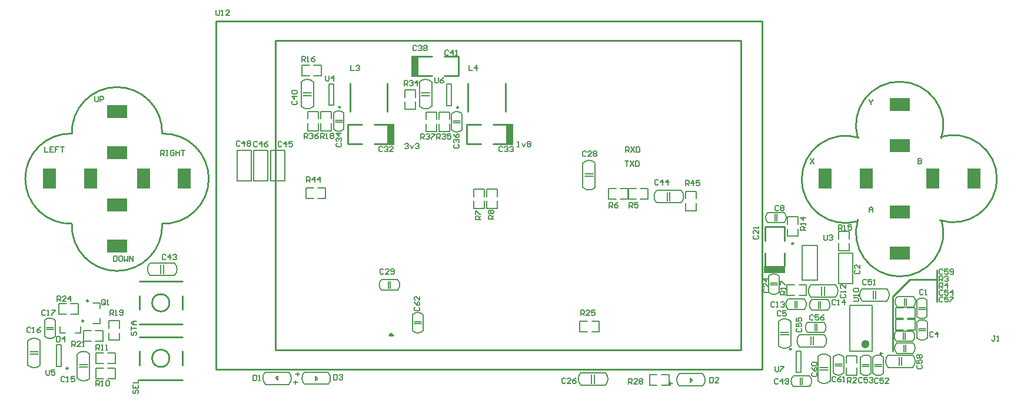
<source format=gto>
%FSLAX25Y25*%
%MOIN*%
G70*
G01*
G75*
%ADD10R,0.04331X0.03937*%
%ADD11R,0.05000X0.04000*%
%ADD12R,0.03937X0.02756*%
%ADD13R,0.04000X0.03500*%
%ADD14R,0.04000X0.05000*%
%ADD15R,0.02756X0.03937*%
%ADD16R,0.03500X0.04000*%
%ADD17R,0.05906X0.04724*%
%ADD18R,0.06496X0.06299*%
%ADD19O,0.07874X0.02362*%
%ADD20O,0.06693X0.01378*%
%ADD21R,0.03543X0.02559*%
%ADD22C,0.06063*%
%ADD23R,0.06299X0.06496*%
%ADD24R,0.03347X0.02362*%
%ADD25R,0.02362X0.03347*%
%ADD26R,0.18504X0.07874*%
%ADD27R,0.01575X0.03937*%
%ADD28R,0.01181X0.04724*%
%ADD29R,0.03937X0.04331*%
%ADD30R,0.10827X0.03937*%
%ADD31C,0.01000*%
%ADD32C,0.00700*%
%ADD33C,0.01200*%
%ADD34C,0.06000*%
%ADD35C,0.02000*%
%ADD36C,0.04000*%
%ADD37C,0.03000*%
%ADD38R,0.18110X0.12598*%
%ADD39R,0.27559X0.09055*%
%ADD40R,0.27953X0.09449*%
%ADD41R,0.11417X0.12992*%
%ADD42R,0.05906X0.07874*%
%ADD43R,0.05906X0.05906*%
%ADD44C,0.05906*%
%ADD45C,0.11811*%
%ADD46C,0.07874*%
%ADD47C,0.02400*%
%ADD48C,0.06693*%
%ADD49C,0.04724*%
%ADD50C,0.05512*%
%ADD51C,0.03937*%
%ADD52C,0.04000*%
%ADD53R,0.05000X0.12000*%
%ADD54O,0.09843X0.05906*%
%ADD55R,0.07677X0.05512*%
%ADD56R,0.03150X0.06299*%
%ADD57R,0.03347X0.06299*%
%ADD58R,0.06299X0.13780*%
%ADD59R,0.05906X0.12205*%
%ADD60R,0.05512X0.13780*%
%ADD61R,0.04724X0.12205*%
%ADD62O,0.01378X0.06693*%
%ADD63R,0.02559X0.04331*%
%ADD64R,0.14567X0.05906*%
%ADD65R,0.07087X0.09449*%
%ADD66R,0.07087X0.07480*%
%ADD67R,0.01575X0.05906*%
%ADD68R,0.00984X0.02756*%
%ADD69R,0.05512X0.00984*%
%ADD70R,0.02756X0.00984*%
G04:AMPARAMS|DCode=71|XSize=27.56mil|YSize=9.84mil|CornerRadius=3.69mil|HoleSize=0mil|Usage=FLASHONLY|Rotation=0.000|XOffset=0mil|YOffset=0mil|HoleType=Round|Shape=RoundedRectangle|*
%AMROUNDEDRECTD71*
21,1,0.02756,0.00246,0,0,0.0*
21,1,0.02018,0.00984,0,0,0.0*
1,1,0.00738,0.01009,-0.00123*
1,1,0.00738,-0.01009,-0.00123*
1,1,0.00738,-0.01009,0.00123*
1,1,0.00738,0.01009,0.00123*
%
%ADD71ROUNDEDRECTD71*%
%ADD72R,0.04724X0.02362*%
%ADD73R,0.13780X0.04724*%
%ADD74R,0.13386X0.07874*%
%ADD75R,0.01378X0.11811*%
%ADD76R,0.11811X0.12598*%
%ADD77R,0.07874X0.18504*%
%ADD78R,0.07874X0.05512*%
%ADD79R,0.05512X0.02362*%
%ADD80R,0.05512X0.02953*%
%ADD81R,0.03150X0.05118*%
%ADD82R,0.02362X0.04724*%
%ADD83R,0.06071X0.06000*%
%ADD84R,0.06000X0.06000*%
%ADD85C,0.01258*%
%ADD86C,0.00787*%
%ADD87C,0.00500*%
%ADD88C,0.00984*%
%ADD89C,0.02362*%
%ADD90C,0.00780*%
%ADD91C,0.00600*%
%ADD92C,0.00800*%
%ADD93R,0.12050X0.04000*%
%ADD94R,0.04000X0.12050*%
%ADD95R,0.07480X0.11811*%
%ADD96R,0.11811X0.07480*%
D31*
X-247231Y-16511D02*
G03*
X-196075Y-16536I25578J-812D01*
G01*
X-196088Y-16129D02*
G03*
X-196063Y35027I812J25578D01*
G01*
X-196076Y35015D02*
G03*
X-247232Y35040I-25578J812D01*
G01*
X-247219Y35026D02*
G03*
X-247245Y-16130I-812J-25578D01*
G01*
X198425Y32677D02*
G03*
X198065Y-14678I-7480J-23622D01*
G01*
X198031Y-13780D02*
G03*
X245387Y-14140I23622J-7480D01*
G01*
X244488Y-14173D02*
G03*
X244848Y33182I7480J23622D01*
G01*
X245276Y32283D02*
G03*
X197920Y32644I-23622J7480D01*
G01*
X-191929Y-92520D02*
G03*
X-191929Y-92520I-4921J0D01*
G01*
Y-61024D02*
G03*
X-191929Y-61024I-4921J0D01*
G01*
X217717Y-88583D02*
Y-57480D01*
X227559Y-47638D01*
X242913D01*
Y-60630D02*
Y-42520D01*
X156287Y-40183D02*
Y-32683D01*
X145287Y-25683D02*
Y-17683D01*
Y-40183D02*
Y-32683D01*
Y-17683D02*
X156287D01*
Y-25683D02*
Y-17683D01*
X-8655Y40146D02*
X-1156D01*
X-23655Y29146D02*
X-15655D01*
X-8655D02*
X-1156D01*
X-23655D02*
Y40146D01*
X-15655D01*
X-75978D02*
X-68478D01*
X-90978Y29146D02*
X-82978D01*
X-75978D02*
X-68478D01*
X-90978D02*
Y40146D01*
X-82978D01*
X-50813Y67728D02*
X-43313D01*
X-36313Y78728D02*
X-28313D01*
X-50813D02*
X-43313D01*
X-28313Y67728D02*
Y78728D01*
X-36313Y67728D02*
X-28313D01*
X-89689Y47638D02*
Y63386D01*
X-68579Y47638D02*
Y63386D01*
X-22760Y47638D02*
Y63386D01*
X-1650Y47638D02*
Y63386D01*
X-67716Y-79606D02*
X-66536Y-78425D01*
X-67716Y-79606D02*
X-65354D01*
X-66536Y-78425D02*
X-65354Y-79606D01*
X-165748Y-98898D02*
Y98898D01*
X143701D01*
X-165748Y-98898D02*
X143701D01*
X-165748D02*
Y98898D01*
X143701Y-98898D02*
Y98898D01*
X-131811Y87874D02*
X131811D01*
Y-87874D02*
Y87874D01*
X-131811Y-81181D02*
Y87874D01*
X-51181Y-87874D02*
X131811D01*
X-131811D02*
Y-81181D01*
Y-87874D02*
X-51181D01*
X-209055Y-80315D02*
X-184646D01*
X-209055Y-104724D02*
X-184646D01*
X-209055Y-96457D02*
Y-88583D01*
X-184646Y-96457D02*
Y-88583D01*
X-209055Y-73228D02*
X-184646D01*
X-209055Y-48819D02*
X-184646D01*
Y-64961D02*
Y-57087D01*
X-209055Y-64961D02*
Y-57087D01*
D32*
X175306Y-105374D02*
G03*
X182314Y-105374I3504J3504D01*
G01*
Y-91555D02*
G03*
X175306Y-91476I-3543J-3465D01*
G01*
X228996Y-97647D02*
G03*
X228996Y-90639I-3504J3504D01*
G01*
X215177D02*
G03*
X215098Y-97647I3465J-3543D01*
G01*
X214307Y-59978D02*
G03*
X214307Y-52970I-3504J3504D01*
G01*
X200488D02*
G03*
X200410Y-59978I3465J-3543D01*
G01*
X171403Y-50778D02*
G03*
X171403Y-57786I3504J-3504D01*
G01*
X185222D02*
G03*
X185301Y-50778I-3465J3543D01*
G01*
X178807Y-85978D02*
G03*
X178807Y-78970I-3504J3504D01*
G01*
X164988D02*
G03*
X164910Y-85978I3465J-3543D01*
G01*
X160053Y-71552D02*
G03*
X153045Y-71552I-3504J-3504D01*
G01*
Y-85370D02*
G03*
X160053Y-85449I3543J3465D01*
G01*
X41088Y-100778D02*
G03*
X41088Y-107786I3504J-3504D01*
G01*
X54907D02*
G03*
X54986Y-100778I-3465J3543D01*
G01*
X49222Y18366D02*
G03*
X42214Y18366I-3504J-3504D01*
G01*
Y4547D02*
G03*
X49222Y4468I3543J3465D01*
G01*
X-50403Y50532D02*
G03*
X-43395Y50532I3504J3504D01*
G01*
Y64351D02*
G03*
X-50403Y64429I-3543J-3465D01*
G01*
X-117332Y50527D02*
G03*
X-110324Y50527I3504J3504D01*
G01*
Y64346D02*
G03*
X-117332Y64424I-3543J-3465D01*
G01*
X-265097Y-82552D02*
G03*
X-272105Y-82552I-3504J-3504D01*
G01*
Y-96371D02*
G03*
X-265097Y-96449I3543J3465D01*
G01*
X-237097Y-90052D02*
G03*
X-244105Y-90052I-3504J-3504D01*
G01*
Y-103870D02*
G03*
X-237097Y-103949I3543J3465D01*
G01*
X-202948Y-38447D02*
G03*
X-202948Y-45455I3504J-3504D01*
G01*
X-189129D02*
G03*
X-189051Y-38447I-3465J3543D01*
G01*
X83996Y2765D02*
G03*
X83996Y-4242I3504J-3504D01*
G01*
X97815D02*
G03*
X97894Y2765I-3465J3543D01*
G01*
X175306Y-105374D02*
Y-91476D01*
X182314Y-105374D02*
Y-91555D01*
X215098Y-97647D02*
X228996D01*
X215177Y-90639D02*
X228996D01*
X200410Y-59978D02*
X214307D01*
X200488Y-52970D02*
X214307D01*
X171403Y-50778D02*
X185301D01*
X171403Y-57786D02*
X185222D01*
X164910Y-85978D02*
X178807D01*
X164988Y-78970D02*
X178807D01*
X160053Y-85449D02*
Y-71552D01*
X153045Y-85370D02*
Y-71552D01*
X41088Y-100778D02*
X54986D01*
X41088Y-107786D02*
X54907D01*
X49222Y4468D02*
Y18366D01*
X42214Y4547D02*
Y18366D01*
X-50403Y50532D02*
Y64429D01*
X-43395Y50532D02*
Y64351D01*
X-117332Y50527D02*
Y64424D01*
X-110324Y50527D02*
Y64346D01*
X-265097Y-96449D02*
Y-82552D01*
X-272105Y-96371D02*
Y-82552D01*
X-237097Y-103949D02*
Y-90052D01*
X-244105Y-103870D02*
Y-90052D01*
X-202948Y-38447D02*
X-189051D01*
X-202948Y-45455D02*
X-189129D01*
X83996Y2765D02*
X97894D01*
X83996Y-4242D02*
X97815D01*
D86*
X-102036Y-107188D02*
G03*
X-102321Y-100298I-3587J3303D01*
G01*
X-115416Y-100298D02*
G03*
X-115472Y-107188I3417J-3473D01*
G01*
X-137757Y-100412D02*
G03*
X-137473Y-107302I3587J-3303D01*
G01*
X-124377Y-107302D02*
G03*
X-124321Y-100412I-3417J3473D01*
G01*
X110204Y-108112D02*
G03*
X109920Y-101222I-3587J3303D01*
G01*
X96824Y-101222D02*
G03*
X96768Y-108112I3417J-3473D01*
G01*
X166535Y-48031D02*
Y-28346D01*
X175197Y-48031D02*
Y-28346D01*
X166535D02*
X175197D01*
X166535Y-48031D02*
X175197D01*
X193560Y-62433D02*
X206158D01*
X193560Y-88417D02*
X206158D01*
X193560D02*
Y-62433D01*
X206158Y-88417D02*
Y-62433D01*
X163122Y-88398D02*
X165878D01*
X163122Y-100602D02*
X165878D01*
X163122D02*
Y-88398D01*
X165878Y-100602D02*
Y-88398D01*
X-34843Y50984D02*
X-32087D01*
X-34843Y63189D02*
X-32087D01*
Y50984D02*
Y63189D01*
X-34843Y50984D02*
Y63189D01*
X-101681Y51153D02*
X-98925D01*
X-101681Y63358D02*
X-98925D01*
Y51153D02*
Y63358D01*
X-101681Y51153D02*
Y63358D01*
X-235331Y-61094D02*
X-231394D01*
Y-64244D02*
Y-61094D01*
X-235331Y-72905D02*
X-231394D01*
Y-69756D01*
X-242244Y-78256D02*
Y-74319D01*
X-245394Y-78256D02*
X-242244D01*
X-254055D02*
Y-74319D01*
Y-78256D02*
X-250905D01*
X-256028Y-97102D02*
X-253272D01*
X-256028Y-84898D02*
X-253272D01*
Y-97102D02*
Y-84898D01*
X-256028Y-97102D02*
Y-84898D01*
D87*
X184047Y-100856D02*
G03*
X189953Y-100856I2953J2953D01*
G01*
Y-91656D02*
G03*
X184047Y-91656I-2953J-2953D01*
G01*
X205453Y-91900D02*
G03*
X199547Y-91900I-2953J-2953D01*
G01*
Y-101100D02*
G03*
X205453Y-101100I2953J2953D01*
G01*
X206547D02*
G03*
X212453Y-101100I2953J2953D01*
G01*
Y-91900D02*
G03*
X206547Y-91900I-2953J-2953D01*
G01*
X229203Y-89665D02*
G03*
X229203Y-83760I-2953J2953D01*
G01*
X220003D02*
G03*
X220003Y-89665I2953J-2953D01*
G01*
X219759Y-76972D02*
G03*
X219759Y-82878I2953J-2953D01*
G01*
X228959D02*
G03*
X228959Y-76972I-2953J2953D01*
G01*
X229459Y-63378D02*
G03*
X229459Y-57472I-2953J2953D01*
G01*
X220259D02*
G03*
X220259Y-63378I2953J-2953D01*
G01*
X237205Y-59573D02*
G03*
X231299Y-59573I-2953J-2953D01*
G01*
Y-68773D02*
G03*
X237205Y-68773I2953J2953D01*
G01*
X237343Y-71825D02*
G03*
X231437Y-71825I-2953J-2953D01*
G01*
Y-81025D02*
G03*
X237343Y-81025I2953J2953D01*
G01*
X146975Y-9640D02*
G03*
X146975Y-15545I2953J-2953D01*
G01*
X156175D02*
G03*
X156175Y-9640I-2953J2953D01*
G01*
X147441Y-54994D02*
G03*
X153347Y-54994I2953J2953D01*
G01*
Y-45794D02*
G03*
X147441Y-45794I-2953J-2953D01*
G01*
X180978Y-65158D02*
G03*
X180978Y-59252I-2953J2953D01*
G01*
X171778D02*
G03*
X171778Y-65158I2953J-2953D01*
G01*
X158392Y-58858D02*
G03*
X158392Y-64764I2953J-2953D01*
G01*
X167592D02*
G03*
X167592Y-58858I-2953J2953D01*
G01*
X178703Y-77878D02*
G03*
X178703Y-71972I-2953J2953D01*
G01*
X169503D02*
G03*
X169503Y-77878I2953J-2953D01*
G01*
X161400Y-102547D02*
G03*
X161400Y-108453I2953J-2953D01*
G01*
X170600D02*
G03*
X170600Y-102547I-2953J2953D01*
G01*
X-48347Y-67700D02*
G03*
X-54253Y-67700I-2953J-2953D01*
G01*
Y-76900D02*
G03*
X-48347Y-76900I2953J2953D01*
G01*
X-32087Y37132D02*
G03*
X-26181Y37132I2953J2953D01*
G01*
Y46332D02*
G03*
X-32087Y46332I-2953J-2953D01*
G01*
X-99016Y37532D02*
G03*
X-93110Y37532I2953J2953D01*
G01*
Y46732D02*
G03*
X-99016Y46732I-2953J-2953D01*
G01*
X-262602Y-80100D02*
G03*
X-256697Y-80100I2953J2953D01*
G01*
Y-70900D02*
G03*
X-262602Y-70900I-2953J-2953D01*
G01*
X-62723Y-53740D02*
G03*
X-62723Y-47835I-2953J2953D01*
G01*
X-71923D02*
G03*
X-71923Y-53740I2953J-2953D01*
G01*
X-109097Y-105200D02*
Y-102900D01*
X-108197Y-103800D01*
Y-104300D02*
Y-103800D01*
X-109097Y-105200D02*
X-108197Y-104300D01*
X-130697Y-104700D02*
Y-102400D01*
X-131597Y-103800D02*
X-130697Y-104700D01*
X-131597Y-103800D02*
Y-103300D01*
X-130697Y-102400D01*
X185000Y-95756D02*
X189000D01*
X185000Y-96756D02*
X189000D01*
X184047Y-100856D02*
Y-91656D01*
X189953Y-100856D02*
Y-91656D01*
X200500Y-97000D02*
X204500D01*
X200500Y-96000D02*
X204500D01*
X205453Y-101100D02*
Y-91900D01*
X199547Y-101100D02*
Y-91900D01*
X207500Y-96000D02*
X211500D01*
X207500Y-97000D02*
X211500D01*
X206547Y-101100D02*
Y-91900D01*
X212453Y-101100D02*
Y-91900D01*
X224103Y-88713D02*
Y-84713D01*
X225103Y-88713D02*
Y-84713D01*
X220003Y-89665D02*
X229203D01*
X220003Y-83760D02*
X229203D01*
X224859Y-81925D02*
Y-77925D01*
X223859Y-81925D02*
Y-77925D01*
X219759Y-76972D02*
X228959D01*
X219759Y-82878D02*
X228959D01*
X224359Y-62425D02*
Y-58425D01*
X225359Y-62425D02*
Y-58425D01*
X220259Y-63378D02*
X229459D01*
X220259Y-57472D02*
X229459D01*
X232252Y-64673D02*
X236252D01*
X232252Y-63673D02*
X236252D01*
X237205Y-68773D02*
Y-59573D01*
X231299Y-68773D02*
Y-59573D01*
X232390Y-76925D02*
X236390D01*
X232390Y-75925D02*
X236390D01*
X237343Y-81025D02*
Y-71825D01*
X231437Y-81025D02*
Y-71825D01*
X186945Y-32654D02*
X194945D01*
X186945Y-50054D02*
X194945D01*
X186945D02*
Y-32654D01*
X194945Y-50054D02*
Y-32754D01*
X152075Y-14593D02*
Y-10593D01*
X151075Y-14593D02*
Y-10593D01*
X146975Y-9640D02*
X156175D01*
X146975Y-15545D02*
X156175D01*
X148394Y-49894D02*
X152394D01*
X148394Y-50894D02*
X152394D01*
X147441Y-54994D02*
Y-45794D01*
X153347Y-54994D02*
Y-45794D01*
X175878Y-64205D02*
Y-60205D01*
X176878Y-64205D02*
Y-60205D01*
X171778Y-65158D02*
X180978D01*
X171778Y-59252D02*
X180978D01*
X163492Y-63811D02*
Y-59811D01*
X162492Y-63811D02*
Y-59811D01*
X158392Y-58858D02*
X167592D01*
X158392Y-64764D02*
X167592D01*
X173603Y-76925D02*
Y-72925D01*
X174603Y-76925D02*
Y-72925D01*
X169503Y-77878D02*
X178703D01*
X169503Y-71972D02*
X178703D01*
X166500Y-107500D02*
Y-103500D01*
X165500Y-107500D02*
Y-103500D01*
X161400Y-102547D02*
X170600D01*
X161400Y-108453D02*
X170600D01*
X103143Y-106124D02*
Y-103824D01*
X104043Y-104724D01*
Y-105224D02*
Y-104724D01*
X103143Y-106124D02*
X104043Y-105224D01*
X-53300Y-72800D02*
X-49300D01*
X-53300Y-71800D02*
X-49300D01*
X-48347Y-76900D02*
Y-67700D01*
X-54253Y-76900D02*
Y-67700D01*
X-31134Y42232D02*
X-27134D01*
X-31134Y41232D02*
X-27134D01*
X-32087Y37132D02*
Y46332D01*
X-26181Y37132D02*
Y46332D01*
X-98063Y42632D02*
X-94063D01*
X-98063Y41632D02*
X-94063D01*
X-99016Y37532D02*
Y46732D01*
X-93110Y37532D02*
Y46732D01*
X-134709Y8244D02*
X-126709D01*
X-134709Y25644D02*
X-126709D01*
Y8244D02*
Y25644D01*
X-134709Y8344D02*
Y25644D01*
X-144158Y8244D02*
X-136158D01*
X-144158Y25644D02*
X-136158D01*
Y8244D02*
Y25644D01*
X-144158Y8344D02*
Y25644D01*
X-153606Y8244D02*
X-145606D01*
X-153606Y25644D02*
X-145606D01*
Y8244D02*
Y25644D01*
X-153606Y8344D02*
Y25644D01*
X-261650Y-75000D02*
X-257650D01*
X-261650Y-76000D02*
X-257650D01*
X-262602Y-80100D02*
Y-70900D01*
X-256697Y-80100D02*
Y-70900D01*
X-67823Y-52787D02*
Y-48787D01*
X-66823Y-52787D02*
Y-48787D01*
X-71923Y-53740D02*
X-62723D01*
X-71923Y-47835D02*
X-62723D01*
D88*
X161516Y-27343D02*
G03*
X161516Y-27343I-492J0D01*
G01*
X211571Y-89795D02*
G03*
X211571Y-89795I-492J0D01*
G01*
X160268Y-87315D02*
G03*
X160268Y-87315I-492J0D01*
G01*
X-28248Y49902D02*
G03*
X-28248Y49902I-492J0D01*
G01*
X-95087Y50071D02*
G03*
X-95087Y50071I-492J0D01*
G01*
X-237890Y-59913D02*
G03*
X-237890Y-59913I-492J0D01*
G01*
X-240571Y-71268D02*
G03*
X-240571Y-71268I-492J0D01*
G01*
X-249433Y-98185D02*
G03*
X-249433Y-98185I-492J0D01*
G01*
D89*
X203402Y-84480D02*
G03*
X203402Y-84480I-1181J0D01*
G01*
D90*
X-115472Y-107188D02*
X-102036D01*
X-115417Y-100298D02*
X-102321D01*
X-137757Y-100412D02*
X-124321D01*
X-137473Y-107302D02*
X-124377D01*
X96768Y-108112D02*
X110204D01*
X96824Y-101222D02*
X109920D01*
D91*
X-121628Y-106022D02*
X-119305D01*
X-120628Y-107022D02*
Y-105022D01*
X-120488Y-101578D02*
X-118165D01*
X-119165Y-102578D02*
Y-100578D01*
X176459Y-99219D02*
X181189D01*
X176359Y-97819D02*
X181189D01*
X222841Y-96495D02*
Y-91765D01*
X221441Y-96595D02*
Y-91765D01*
X208153Y-58825D02*
Y-54095D01*
X206753Y-58925D02*
Y-54095D01*
X177558Y-56660D02*
Y-51931D01*
X178958Y-56660D02*
Y-51831D01*
X172653Y-84825D02*
Y-80095D01*
X171253Y-84925D02*
Y-80095D01*
X154170Y-77706D02*
X158900D01*
X154170Y-79106D02*
X159000D01*
X90612Y-106947D02*
X92935D01*
X91612Y-107947D02*
Y-105947D01*
X47243Y-106660D02*
Y-101931D01*
X48643Y-106660D02*
Y-101831D01*
X43339Y12211D02*
X48069D01*
X43339Y10811D02*
X48169D01*
X-49250Y56687D02*
X-44521D01*
X-49350Y58087D02*
X-44521D01*
X-116180Y56681D02*
X-111450D01*
X-116279Y58081D02*
X-111450D01*
X-270979Y-88706D02*
X-266250D01*
X-270979Y-90106D02*
X-266150D01*
X-242979Y-96206D02*
X-238250D01*
X-242979Y-97606D02*
X-238150D01*
X-196794Y-44330D02*
Y-39600D01*
X-195394Y-44330D02*
Y-39500D01*
X90151Y-3117D02*
Y1613D01*
X91551Y-3117D02*
Y1713D01*
D92*
X191500Y-102000D02*
Y-97750D01*
Y-102000D02*
X197500D01*
Y-97750D01*
Y-95250D02*
Y-91000D01*
X191500D02*
X197500D01*
X191500Y-95250D02*
Y-91000D01*
X219358Y-70425D02*
X223609D01*
X219358Y-76425D02*
Y-70425D01*
Y-76425D02*
X223609D01*
X226109D02*
X230359D01*
Y-70425D01*
X226109D02*
X230359D01*
X219358Y-63925D02*
X223609D01*
X219358Y-69925D02*
Y-63925D01*
Y-69925D02*
X223609D01*
X226109D02*
X230359D01*
Y-63925D01*
X226109D02*
X230359D01*
X187157Y-31485D02*
Y-27234D01*
Y-31485D02*
X193157D01*
Y-27234D01*
Y-24734D02*
Y-20484D01*
X187157D02*
X193157D01*
X187157Y-24734D02*
Y-20484D01*
X158024Y-23217D02*
Y-18967D01*
Y-23217D02*
X164024D01*
Y-18967D01*
Y-16466D02*
Y-12216D01*
X158024D02*
X164024D01*
X158024Y-16466D02*
Y-12216D01*
X164636Y-56937D02*
X168886D01*
Y-50937D01*
X164636D02*
X168886D01*
X157885D02*
X162136D01*
X157885Y-56937D02*
Y-50937D01*
Y-56937D02*
X162136D01*
X86683Y-107724D02*
X90934D01*
Y-101724D01*
X86683D02*
X90934D01*
X79933D02*
X84183D01*
X79933Y-107724D02*
Y-101724D01*
Y-107724D02*
X84183D01*
X100543Y-8650D02*
Y-4400D01*
Y-8650D02*
X106543D01*
Y-4400D01*
Y-1900D02*
Y2351D01*
X100543D02*
X106543D01*
X100543Y-1900D02*
Y2351D01*
X74872Y-2213D02*
X79123D01*
Y3787D01*
X74872D02*
X79123D01*
X68122D02*
X72372D01*
X68122Y-2213D02*
Y3787D01*
Y-2213D02*
X72372D01*
X56704Y3787D02*
X60955D01*
X56704Y-2213D02*
Y3787D01*
Y-2213D02*
X60955D01*
X63455D02*
X67705D01*
Y3787D01*
X63455D02*
X67705D01*
X-19535Y-7469D02*
Y-3218D01*
Y-7469D02*
X-13535D01*
Y-3218D01*
Y-718D02*
Y3532D01*
X-19535D02*
X-13535D01*
X-19535Y-718D02*
Y3532D01*
X-12105Y-7469D02*
Y-3218D01*
Y-7469D02*
X-6105D01*
Y-3218D01*
Y-718D02*
Y3532D01*
X-12105D02*
X-6105D01*
X-12105Y-718D02*
Y3532D01*
X-52512Y55581D02*
Y59831D01*
X-58512D02*
X-52512D01*
X-58512Y55581D02*
Y59831D01*
Y48830D02*
Y53081D01*
Y48830D02*
X-52512D01*
Y53081D01*
X-39270Y36345D02*
Y40595D01*
Y36345D02*
X-33270D01*
Y40595D01*
Y43095D02*
Y47345D01*
X-39270D02*
X-33270D01*
X-39270Y43095D02*
Y47345D01*
X-46751Y36350D02*
Y40601D01*
Y36350D02*
X-40751D01*
Y40601D01*
Y43101D02*
Y47351D01*
X-46751D02*
X-40751D01*
X-46751Y43101D02*
Y47351D01*
X-106200Y36632D02*
Y40882D01*
Y36632D02*
X-100200D01*
Y40882D01*
Y43382D02*
Y47632D01*
X-106200D02*
X-100200D01*
X-106200Y43382D02*
Y47632D01*
X-113630Y36632D02*
Y40882D01*
Y36632D02*
X-107630D01*
Y40882D01*
Y43382D02*
Y47632D01*
X-113630D02*
X-107630D01*
X-113630Y43382D02*
Y47632D01*
X-116918Y73866D02*
X-112667D01*
X-116918Y67866D02*
Y73866D01*
Y67866D02*
X-112667D01*
X-110167D02*
X-105917D01*
Y73866D01*
X-110167D02*
X-105917D01*
X-247900Y-67500D02*
X-243649D01*
Y-61500D01*
X-247900D02*
X-243649D01*
X-254650D02*
X-250400D01*
X-254650Y-67500D02*
Y-61500D01*
Y-67500D02*
X-250400D01*
X-233650Y-98000D02*
X-229400D01*
X-233650Y-104000D02*
Y-98000D01*
Y-104000D02*
X-229400D01*
X-226900D02*
X-222649D01*
Y-98000D01*
X-226900D02*
X-222649D01*
X-226900Y-95500D02*
X-222649D01*
Y-89500D01*
X-226900D02*
X-222649D01*
X-233650D02*
X-229400D01*
X-233650Y-95500D02*
Y-89500D01*
Y-95500D02*
X-229400D01*
X-233784Y-82921D02*
X-229533D01*
Y-76921D01*
X-233784D02*
X-229533D01*
X-240534D02*
X-236283D01*
X-240534Y-82921D02*
Y-76921D01*
Y-82921D02*
X-236283D01*
X-107805Y-1819D02*
X-103555D01*
Y4181D01*
X-107805D02*
X-103555D01*
X-114556D02*
X-110305D01*
X-114556Y-1819D02*
Y4181D01*
Y-1819D02*
X-110305D01*
X47313Y-77409D02*
X51563D01*
Y-71409D01*
X47313D02*
X51563D01*
X40563D02*
X44813D01*
X40563Y-77409D02*
Y-71409D01*
Y-77409D02*
X44813D01*
X-226150Y-82250D02*
Y-78000D01*
Y-82250D02*
X-220150D01*
Y-78000D01*
Y-75500D02*
Y-71250D01*
X-226150D02*
X-220150D01*
X-226150Y-75500D02*
Y-71250D01*
X235070Y-53800D02*
X234570Y-53300D01*
X233571D01*
X233071Y-53800D01*
Y-55799D01*
X233571Y-56299D01*
X234570D01*
X235070Y-55799D01*
X236070Y-56299D02*
X237070D01*
X236570D01*
Y-53300D01*
X236070Y-53800D01*
X196713Y-42489D02*
X196214Y-42989D01*
Y-43988D01*
X196713Y-44488D01*
X198713D01*
X199213Y-43988D01*
Y-42989D01*
X198713Y-42489D01*
X199213Y-39490D02*
Y-41489D01*
X197213Y-39490D01*
X196713D01*
X196214Y-39990D01*
Y-40989D01*
X196713Y-41489D01*
X240582Y-77816D02*
X240082Y-77316D01*
X239083D01*
X238583Y-77816D01*
Y-79815D01*
X239083Y-80315D01*
X240082D01*
X240582Y-79815D01*
X243081Y-80315D02*
Y-77316D01*
X241582Y-78815D01*
X243581D01*
X154362Y-66005D02*
X153862Y-65505D01*
X152862D01*
X152362Y-66005D01*
Y-68004D01*
X152862Y-68504D01*
X153862D01*
X154362Y-68004D01*
X157361Y-65505D02*
X155361D01*
Y-67004D01*
X156361Y-66505D01*
X156861D01*
X157361Y-67004D01*
Y-68004D01*
X156861Y-68504D01*
X155861D01*
X155361Y-68004D01*
X153180Y-6162D02*
X152681Y-5662D01*
X151681D01*
X151181Y-6162D01*
Y-8162D01*
X151681Y-8661D01*
X152681D01*
X153180Y-8162D01*
X154180Y-6162D02*
X154680Y-5662D01*
X155680D01*
X156179Y-6162D01*
Y-6662D01*
X155680Y-7162D01*
X156179Y-7662D01*
Y-8162D01*
X155680Y-8661D01*
X154680D01*
X154180Y-8162D01*
Y-7662D01*
X154680Y-7162D01*
X154180Y-6662D01*
Y-6162D01*
X154680Y-7162D02*
X155680D01*
X188446Y-56268D02*
X187946Y-56768D01*
Y-57768D01*
X188446Y-58268D01*
X190445D01*
X190945Y-57768D01*
Y-56768D01*
X190445Y-56268D01*
X190945Y-55269D02*
Y-54269D01*
Y-54769D01*
X187946D01*
X188446Y-55269D01*
X190945Y-50770D02*
Y-52770D01*
X188945Y-50770D01*
X188446D01*
X187946Y-51270D01*
Y-52270D01*
X188446Y-52770D01*
X150818Y-60887D02*
X150318Y-60387D01*
X149319D01*
X148819Y-60887D01*
Y-62886D01*
X149319Y-63386D01*
X150318D01*
X150818Y-62886D01*
X151818Y-63386D02*
X152818D01*
X152318D01*
Y-60387D01*
X151818Y-60887D01*
X154317D02*
X154817Y-60387D01*
X155817D01*
X156316Y-60887D01*
Y-61387D01*
X155817Y-61886D01*
X155317D01*
X155817D01*
X156316Y-62386D01*
Y-62886D01*
X155817Y-63386D01*
X154817D01*
X154317Y-62886D01*
X185464Y-59706D02*
X184964Y-59206D01*
X183964D01*
X183465Y-59706D01*
Y-61705D01*
X183964Y-62205D01*
X184964D01*
X185464Y-61705D01*
X186464Y-62205D02*
X187463D01*
X186963D01*
Y-59206D01*
X186464Y-59706D01*
X190462Y-62205D02*
Y-59206D01*
X188963Y-60705D01*
X190962D01*
X-251150Y-103406D02*
X-251650Y-102907D01*
X-252650D01*
X-253150Y-103406D01*
Y-105406D01*
X-252650Y-105905D01*
X-251650D01*
X-251150Y-105406D01*
X-250151Y-105905D02*
X-249151D01*
X-249651D01*
Y-102907D01*
X-250151Y-103406D01*
X-245652Y-102907D02*
X-247651D01*
Y-104406D01*
X-246652Y-103906D01*
X-246152D01*
X-245652Y-104406D01*
Y-105406D01*
X-246152Y-105905D01*
X-247151D01*
X-247651Y-105406D01*
X-270442Y-75454D02*
X-270941Y-74954D01*
X-271941D01*
X-272441Y-75454D01*
Y-77453D01*
X-271941Y-77953D01*
X-270941D01*
X-270442Y-77453D01*
X-269442Y-77953D02*
X-268442D01*
X-268942D01*
Y-74954D01*
X-269442Y-75454D01*
X-264943Y-74954D02*
X-265943Y-75454D01*
X-266943Y-76453D01*
Y-77453D01*
X-266443Y-77953D01*
X-265443D01*
X-264943Y-77453D01*
Y-76953D01*
X-265443Y-76453D01*
X-266943D01*
X-262174Y-65611D02*
X-262674Y-65111D01*
X-263673D01*
X-264173Y-65611D01*
Y-67610D01*
X-263673Y-68110D01*
X-262674D01*
X-262174Y-67610D01*
X-261174Y-68110D02*
X-260174D01*
X-260674D01*
Y-65111D01*
X-261174Y-65611D01*
X-258675Y-65111D02*
X-256676D01*
Y-65611D01*
X-258675Y-67610D01*
Y-68110D01*
X139233Y-22804D02*
X138733Y-23304D01*
Y-24303D01*
X139233Y-24803D01*
X141232D01*
X141732Y-24303D01*
Y-23304D01*
X141232Y-22804D01*
X141732Y-19805D02*
Y-21804D01*
X139733Y-19805D01*
X139233D01*
X138733Y-20305D01*
Y-21304D01*
X139233Y-21804D01*
X141732Y-18805D02*
Y-17805D01*
Y-18305D01*
X138733D01*
X139233Y-18805D01*
X144942Y-52994D02*
X144442Y-53494D01*
Y-54494D01*
X144942Y-54994D01*
X146941D01*
X147441Y-54494D01*
Y-53494D01*
X146941Y-52994D01*
X147441Y-49995D02*
Y-51995D01*
X145442Y-49995D01*
X144942D01*
X144442Y-50495D01*
Y-51495D01*
X144942Y-51995D01*
X147441Y-47496D02*
X144442D01*
X145941Y-48996D01*
Y-46996D01*
X32314Y-104194D02*
X31815Y-103694D01*
X30815D01*
X30315Y-104194D01*
Y-106193D01*
X30815Y-106693D01*
X31815D01*
X32314Y-106193D01*
X35313Y-106693D02*
X33314D01*
X35313Y-104694D01*
Y-104194D01*
X34813Y-103694D01*
X33814D01*
X33314Y-104194D01*
X38312Y-103694D02*
X37313Y-104194D01*
X36313Y-105193D01*
Y-106193D01*
X36813Y-106693D01*
X37813D01*
X38312Y-106193D01*
Y-105693D01*
X37813Y-105193D01*
X36313D01*
X-70628Y-42277D02*
X-71128Y-41777D01*
X-72128D01*
X-72628Y-42277D01*
Y-44277D01*
X-72128Y-44776D01*
X-71128D01*
X-70628Y-44277D01*
X-67629Y-44776D02*
X-69629D01*
X-67629Y-42777D01*
Y-42277D01*
X-68129Y-41777D01*
X-69129D01*
X-69629Y-42277D01*
X-66629Y-44277D02*
X-66130Y-44776D01*
X-65130D01*
X-64630Y-44277D01*
Y-42277D01*
X-65130Y-41777D01*
X-66130D01*
X-66629Y-42277D01*
Y-42777D01*
X-66130Y-43277D01*
X-64630D01*
X-71229Y27302D02*
X-71729Y27802D01*
X-72729D01*
X-73228Y27302D01*
Y25303D01*
X-72729Y24803D01*
X-71729D01*
X-71229Y25303D01*
X-70229Y27302D02*
X-69730Y27802D01*
X-68730D01*
X-68230Y27302D01*
Y26803D01*
X-68730Y26303D01*
X-69230D01*
X-68730D01*
X-68230Y25803D01*
Y25303D01*
X-68730Y24803D01*
X-69730D01*
X-70229Y25303D01*
X-65231Y24803D02*
X-67230D01*
X-65231Y26803D01*
Y27302D01*
X-65731Y27802D01*
X-66730D01*
X-67230Y27302D01*
X-3119D02*
X-3619Y27802D01*
X-4618D01*
X-5118Y27302D01*
Y25303D01*
X-4618Y24803D01*
X-3619D01*
X-3119Y25303D01*
X-2119Y27302D02*
X-1619Y27802D01*
X-620D01*
X-120Y27302D01*
Y26803D01*
X-620Y26303D01*
X-1119D01*
X-620D01*
X-120Y25803D01*
Y25303D01*
X-620Y24803D01*
X-1619D01*
X-2119Y25303D01*
X880Y27302D02*
X1380Y27802D01*
X2379D01*
X2879Y27302D01*
Y26803D01*
X2379Y26303D01*
X1880D01*
X2379D01*
X2879Y25803D01*
Y25303D01*
X2379Y24803D01*
X1380D01*
X880Y25303D01*
X-96987Y29558D02*
X-97487Y29059D01*
Y28059D01*
X-96987Y27559D01*
X-94988D01*
X-94488Y28059D01*
Y29059D01*
X-94988Y29558D01*
X-96987Y30558D02*
X-97487Y31058D01*
Y32058D01*
X-96987Y32557D01*
X-96487D01*
X-95988Y32058D01*
Y31558D01*
Y32058D01*
X-95488Y32557D01*
X-94988D01*
X-94488Y32058D01*
Y31058D01*
X-94988Y30558D01*
X-94488Y35057D02*
X-97487D01*
X-95988Y33557D01*
Y35557D01*
X-30452Y28771D02*
X-30952Y28271D01*
Y27272D01*
X-30452Y26772D01*
X-28453D01*
X-27953Y27272D01*
Y28271D01*
X-28453Y28771D01*
X-30452Y29771D02*
X-30952Y30270D01*
Y31270D01*
X-30452Y31770D01*
X-29952D01*
X-29452Y31270D01*
Y30770D01*
Y31270D01*
X-28952Y31770D01*
X-28453D01*
X-27953Y31270D01*
Y30270D01*
X-28453Y29771D01*
X-30952Y34769D02*
X-30452Y33769D01*
X-29452Y32770D01*
X-28453D01*
X-27953Y33270D01*
Y34269D01*
X-28453Y34769D01*
X-28952D01*
X-29452Y34269D01*
Y32770D01*
X-52050Y84555D02*
X-52550Y85055D01*
X-53550D01*
X-54050Y84555D01*
Y82556D01*
X-53550Y82056D01*
X-52550D01*
X-52050Y82556D01*
X-51051Y84555D02*
X-50551Y85055D01*
X-49551D01*
X-49051Y84555D01*
Y84055D01*
X-49551Y83555D01*
X-50051D01*
X-49551D01*
X-49051Y83056D01*
Y82556D01*
X-49551Y82056D01*
X-50551D01*
X-51051Y82556D01*
X-48052Y84555D02*
X-47552Y85055D01*
X-46552D01*
X-46052Y84555D01*
Y84055D01*
X-46552Y83555D01*
X-46052Y83056D01*
Y82556D01*
X-46552Y82056D01*
X-47552D01*
X-48052Y82556D01*
Y83056D01*
X-47552Y83555D01*
X-48052Y84055D01*
Y84555D01*
X-47552Y83555D02*
X-46552D01*
X-122184Y53574D02*
X-122684Y53074D01*
Y52075D01*
X-122184Y51575D01*
X-120185D01*
X-119685Y52075D01*
Y53074D01*
X-120185Y53574D01*
X-119685Y56073D02*
X-122684D01*
X-121185Y54574D01*
Y56573D01*
X-122184Y57573D02*
X-122684Y58073D01*
Y59072D01*
X-122184Y59572D01*
X-120185D01*
X-119685Y59072D01*
Y58073D01*
X-120185Y57573D01*
X-122184D01*
X-33827Y82027D02*
X-34327Y82527D01*
X-35327D01*
X-35827Y82027D01*
Y80027D01*
X-35327Y79528D01*
X-34327D01*
X-33827Y80027D01*
X-31328Y79528D02*
Y82527D01*
X-32828Y81027D01*
X-30828D01*
X-29829Y79528D02*
X-28829D01*
X-29329D01*
Y82527D01*
X-29829Y82027D01*
X-194001Y-33989D02*
X-194501Y-33489D01*
X-195500D01*
X-196000Y-33989D01*
Y-35988D01*
X-195500Y-36488D01*
X-194501D01*
X-194001Y-35988D01*
X-191501Y-36488D02*
Y-33489D01*
X-193001Y-34989D01*
X-191002D01*
X-190002Y-33989D02*
X-189502Y-33489D01*
X-188502D01*
X-188003Y-33989D01*
Y-34489D01*
X-188502Y-34989D01*
X-189002D01*
X-188502D01*
X-188003Y-35489D01*
Y-35988D01*
X-188502Y-36488D01*
X-189502D01*
X-190002Y-35988D01*
X85003Y8392D02*
X84503Y8892D01*
X83504D01*
X83004Y8392D01*
Y6393D01*
X83504Y5893D01*
X84503D01*
X85003Y6393D01*
X87502Y5893D02*
Y8892D01*
X86003Y7392D01*
X88002D01*
X90501Y5893D02*
Y8892D01*
X89002Y7392D01*
X91001D01*
X-128316Y30058D02*
X-128815Y30558D01*
X-129815D01*
X-130315Y30058D01*
Y28059D01*
X-129815Y27559D01*
X-128815D01*
X-128316Y28059D01*
X-125816Y27559D02*
Y30558D01*
X-127316Y29059D01*
X-125317D01*
X-122318Y30558D02*
X-124317D01*
Y29059D01*
X-123317Y29558D01*
X-122817D01*
X-122318Y29059D01*
Y28059D01*
X-122817Y27559D01*
X-123817D01*
X-124317Y28059D01*
X-142095Y30058D02*
X-142595Y30558D01*
X-143595D01*
X-144095Y30058D01*
Y28059D01*
X-143595Y27559D01*
X-142595D01*
X-142095Y28059D01*
X-139596Y27559D02*
Y30558D01*
X-141095Y29059D01*
X-139096D01*
X-136097Y30558D02*
X-137097Y30058D01*
X-138096Y29059D01*
Y28059D01*
X-137597Y27559D01*
X-136597D01*
X-136097Y28059D01*
Y28559D01*
X-136597Y29059D01*
X-138096D01*
X-151938Y30452D02*
X-152437Y30952D01*
X-153437D01*
X-153937Y30452D01*
Y28453D01*
X-153437Y27953D01*
X-152437D01*
X-151938Y28453D01*
X-149439Y27953D02*
Y30952D01*
X-150938Y29452D01*
X-148939D01*
X-147939Y30452D02*
X-147439Y30952D01*
X-146439D01*
X-145940Y30452D01*
Y29952D01*
X-146439Y29452D01*
X-145940Y28952D01*
Y28453D01*
X-146439Y27953D01*
X-147439D01*
X-147939Y28453D01*
Y28952D01*
X-147439Y29452D01*
X-147939Y29952D01*
Y30452D01*
X-147439Y29452D02*
X-146439D01*
X152787Y-104587D02*
X152287Y-104088D01*
X151287D01*
X150787Y-104587D01*
Y-106587D01*
X151287Y-107087D01*
X152287D01*
X152787Y-106587D01*
X155286Y-107087D02*
Y-104088D01*
X153786Y-105587D01*
X155786D01*
X156786Y-106587D02*
X157285Y-107087D01*
X158285D01*
X158785Y-106587D01*
Y-104587D01*
X158285Y-104088D01*
X157285D01*
X156786Y-104587D01*
Y-105087D01*
X157285Y-105587D01*
X158785D01*
X202787Y-48288D02*
X202287Y-47788D01*
X201287D01*
X200787Y-48288D01*
Y-50288D01*
X201287Y-50787D01*
X202287D01*
X202787Y-50288D01*
X205786Y-47788D02*
X203786D01*
Y-49288D01*
X204786Y-48788D01*
X205286D01*
X205786Y-49288D01*
Y-50288D01*
X205286Y-50787D01*
X204286D01*
X203786Y-50288D01*
X206785Y-50787D02*
X207785D01*
X207285D01*
Y-47788D01*
X206785Y-48288D01*
X209480Y-104194D02*
X208980Y-103694D01*
X207980D01*
X207480Y-104194D01*
Y-106193D01*
X207980Y-106693D01*
X208980D01*
X209480Y-106193D01*
X212479Y-103694D02*
X210479D01*
Y-105193D01*
X211479Y-104694D01*
X211979D01*
X212479Y-105193D01*
Y-106193D01*
X211979Y-106693D01*
X210979D01*
X210479Y-106193D01*
X215478Y-106693D02*
X213478D01*
X215478Y-104694D01*
Y-104194D01*
X214978Y-103694D01*
X213978D01*
X213478Y-104194D01*
X200425Y-103800D02*
X199925Y-103300D01*
X198925D01*
X198425Y-103800D01*
Y-105799D01*
X198925Y-106299D01*
X199925D01*
X200425Y-105799D01*
X203424Y-103300D02*
X201424D01*
Y-104800D01*
X202424Y-104300D01*
X202924D01*
X203424Y-104800D01*
Y-105799D01*
X202924Y-106299D01*
X201924D01*
X201424Y-105799D01*
X204423Y-103800D02*
X204923Y-103300D01*
X205923D01*
X206423Y-103800D01*
Y-104300D01*
X205923Y-104800D01*
X205423D01*
X205923D01*
X206423Y-105299D01*
Y-105799D01*
X205923Y-106299D01*
X204923D01*
X204423Y-105799D01*
X246094Y-54194D02*
X245594Y-53694D01*
X244594D01*
X244094Y-54194D01*
Y-56193D01*
X244594Y-56693D01*
X245594D01*
X246094Y-56193D01*
X249093Y-53694D02*
X247094D01*
Y-55193D01*
X248093Y-54694D01*
X248593D01*
X249093Y-55193D01*
Y-56193D01*
X248593Y-56693D01*
X247593D01*
X247094Y-56193D01*
X251592Y-56693D02*
Y-53694D01*
X250093Y-55193D01*
X252092D01*
X163643Y-75560D02*
X163143Y-76060D01*
Y-77059D01*
X163643Y-77559D01*
X165642D01*
X166142Y-77059D01*
Y-76060D01*
X165642Y-75560D01*
X163143Y-72561D02*
Y-74560D01*
X164642D01*
X164142Y-73560D01*
Y-73061D01*
X164642Y-72561D01*
X165642D01*
X166142Y-73061D01*
Y-74060D01*
X165642Y-74560D01*
X163143Y-69562D02*
Y-71561D01*
X164642D01*
X164142Y-70561D01*
Y-70061D01*
X164642Y-69562D01*
X165642D01*
X166142Y-70061D01*
Y-71061D01*
X165642Y-71561D01*
X172865Y-68367D02*
X172366Y-67867D01*
X171366D01*
X170866Y-68367D01*
Y-70366D01*
X171366Y-70866D01*
X172366D01*
X172865Y-70366D01*
X175865Y-67867D02*
X173865D01*
Y-69367D01*
X174865Y-68867D01*
X175365D01*
X175865Y-69367D01*
Y-70366D01*
X175365Y-70866D01*
X174365D01*
X173865Y-70366D01*
X178864Y-67867D02*
X177864Y-68367D01*
X176864Y-69367D01*
Y-70366D01*
X177364Y-70866D01*
X178364D01*
X178864Y-70366D01*
Y-69867D01*
X178364Y-69367D01*
X176864D01*
X246094Y-58131D02*
X245594Y-57631D01*
X244594D01*
X244094Y-58131D01*
Y-60130D01*
X244594Y-60630D01*
X245594D01*
X246094Y-60130D01*
X249093Y-57631D02*
X247094D01*
Y-59130D01*
X248093Y-58631D01*
X248593D01*
X249093Y-59130D01*
Y-60130D01*
X248593Y-60630D01*
X247593D01*
X247094Y-60130D01*
X250093Y-57631D02*
X252092D01*
Y-58131D01*
X250093Y-60130D01*
Y-60630D01*
X231753Y-96426D02*
X231253Y-96926D01*
Y-97925D01*
X231753Y-98425D01*
X233752D01*
X234252Y-97925D01*
Y-96926D01*
X233752Y-96426D01*
X231253Y-93427D02*
Y-95426D01*
X232752D01*
X232253Y-94427D01*
Y-93927D01*
X232752Y-93427D01*
X233752D01*
X234252Y-93927D01*
Y-94926D01*
X233752Y-95426D01*
X231753Y-92427D02*
X231253Y-91927D01*
Y-90928D01*
X231753Y-90428D01*
X232253D01*
X232752Y-90928D01*
X233252Y-90428D01*
X233752D01*
X234252Y-90928D01*
Y-91927D01*
X233752Y-92427D01*
X233252D01*
X232752Y-91927D01*
X232253Y-92427D01*
X231753D01*
X232752Y-91927D02*
Y-90928D01*
X246094Y-42383D02*
X245594Y-41883D01*
X244594D01*
X244094Y-42383D01*
Y-44382D01*
X244594Y-44882D01*
X245594D01*
X246094Y-44382D01*
X249093Y-41883D02*
X247094D01*
Y-43382D01*
X248093Y-42882D01*
X248593D01*
X249093Y-43382D01*
Y-44382D01*
X248593Y-44882D01*
X247593D01*
X247094Y-44382D01*
X250093D02*
X250592Y-44882D01*
X251592D01*
X252092Y-44382D01*
Y-42383D01*
X251592Y-41883D01*
X250592D01*
X250093Y-42383D01*
Y-42882D01*
X250592Y-43382D01*
X252092D01*
X185464Y-103406D02*
X184964Y-102907D01*
X183964D01*
X183465Y-103406D01*
Y-105406D01*
X183964Y-105905D01*
X184964D01*
X185464Y-105406D01*
X188463Y-102907D02*
X187463Y-103406D01*
X186464Y-104406D01*
Y-105406D01*
X186963Y-105905D01*
X187963D01*
X188463Y-105406D01*
Y-104906D01*
X187963Y-104406D01*
X186464D01*
X189463Y-105905D02*
X190462D01*
X189962D01*
Y-102907D01*
X189463Y-103406D01*
X-52618Y-63608D02*
X-53118Y-64108D01*
Y-65107D01*
X-52618Y-65607D01*
X-50619D01*
X-50119Y-65107D01*
Y-64108D01*
X-50619Y-63608D01*
X-53118Y-60609D02*
X-52618Y-61608D01*
X-51618Y-62608D01*
X-50619D01*
X-50119Y-62108D01*
Y-61108D01*
X-50619Y-60609D01*
X-51119D01*
X-51618Y-61108D01*
Y-62608D01*
X-50119Y-57610D02*
Y-59609D01*
X-52118Y-57610D01*
X-52618D01*
X-53118Y-58109D01*
Y-59109D01*
X-52618Y-59609D01*
X-144488Y-102119D02*
Y-105118D01*
X-142989D01*
X-142489Y-104618D01*
Y-102619D01*
X-142989Y-102119D01*
X-144488D01*
X-141489Y-105118D02*
X-140489D01*
X-140989D01*
Y-102119D01*
X-141489Y-102619D01*
X114173Y-103300D02*
Y-106299D01*
X115673D01*
X116173Y-105799D01*
Y-103800D01*
X115673Y-103300D01*
X114173D01*
X119172Y-106299D02*
X117172D01*
X119172Y-104300D01*
Y-103800D01*
X118672Y-103300D01*
X117672D01*
X117172Y-103800D01*
X-98819Y-101725D02*
Y-104724D01*
X-97319D01*
X-96820Y-104225D01*
Y-102225D01*
X-97319Y-101725D01*
X-98819D01*
X-95820Y-102225D02*
X-95320Y-101725D01*
X-94320D01*
X-93821Y-102225D01*
Y-102725D01*
X-94320Y-103225D01*
X-94820D01*
X-94320D01*
X-93821Y-103725D01*
Y-104225D01*
X-94320Y-104724D01*
X-95320D01*
X-95820Y-104225D01*
X-255906Y-80072D02*
Y-83071D01*
X-254406D01*
X-253906Y-82571D01*
Y-80572D01*
X-254406Y-80072D01*
X-255906D01*
X-251407Y-83071D02*
Y-80072D01*
X-252906Y-81571D01*
X-250907D01*
X275796Y-79665D02*
X274797D01*
X275296D01*
Y-82165D01*
X274797Y-82665D01*
X274297D01*
X273797Y-82165D01*
X276796Y-82665D02*
X277796D01*
X277296D01*
Y-79665D01*
X276796Y-80165D01*
X-89363Y73705D02*
Y70706D01*
X-87364D01*
X-86364Y73206D02*
X-85864Y73705D01*
X-84864D01*
X-84365Y73206D01*
Y72706D01*
X-84864Y72206D01*
X-85364D01*
X-84864D01*
X-84365Y71706D01*
Y71206D01*
X-84864Y70706D01*
X-85864D01*
X-86364Y71206D01*
X-22416Y73773D02*
Y70774D01*
X-20416D01*
X-17917D02*
Y73773D01*
X-19417Y72273D01*
X-17417D01*
X-228316Y-61705D02*
Y-59706D01*
X-228815Y-59206D01*
X-229815D01*
X-230315Y-59706D01*
Y-61705D01*
X-229815Y-62205D01*
X-228815D01*
X-229315Y-61205D02*
X-228316Y-62205D01*
X-228815D02*
X-228316Y-61705D01*
X-227316Y-62205D02*
X-226316D01*
X-226816D01*
Y-59206D01*
X-227316Y-59706D01*
X192126Y-106299D02*
Y-103300D01*
X193625D01*
X194125Y-103800D01*
Y-104800D01*
X193625Y-105299D01*
X192126D01*
X193126D02*
X194125Y-106299D01*
X197124D02*
X195125D01*
X197124Y-104300D01*
Y-103800D01*
X196625Y-103300D01*
X195625D01*
X195125Y-103800D01*
X244094Y-48819D02*
Y-45820D01*
X245594D01*
X246094Y-46320D01*
Y-47319D01*
X245594Y-47819D01*
X244094D01*
X245094D02*
X246094Y-48819D01*
X247094Y-46320D02*
X247593Y-45820D01*
X248593D01*
X249093Y-46320D01*
Y-46819D01*
X248593Y-47319D01*
X248093D01*
X248593D01*
X249093Y-47819D01*
Y-48319D01*
X248593Y-48819D01*
X247593D01*
X247094Y-48319D01*
X244094Y-52756D02*
Y-49757D01*
X245594D01*
X246094Y-50257D01*
Y-51256D01*
X245594Y-51756D01*
X244094D01*
X245094D02*
X246094Y-52756D01*
X248593D02*
Y-49757D01*
X247094Y-51256D01*
X249093D01*
X68504Y-7087D02*
Y-4088D01*
X70003D01*
X70503Y-4587D01*
Y-5587D01*
X70003Y-6087D01*
X68504D01*
X69504D02*
X70503Y-7087D01*
X73502Y-4088D02*
X71503D01*
Y-5587D01*
X72503Y-5087D01*
X73002D01*
X73502Y-5587D01*
Y-6587D01*
X73002Y-7087D01*
X72003D01*
X71503Y-6587D01*
X57087Y-7087D02*
Y-4088D01*
X58586D01*
X59086Y-4587D01*
Y-5587D01*
X58586Y-6087D01*
X57087D01*
X58086D02*
X59086Y-7087D01*
X62085Y-4088D02*
X61085Y-4587D01*
X60086Y-5587D01*
Y-6587D01*
X60585Y-7087D01*
X61585D01*
X62085Y-6587D01*
Y-6087D01*
X61585Y-5587D01*
X60086D01*
X-15748Y-13780D02*
X-18747D01*
Y-12280D01*
X-18247Y-11780D01*
X-17248D01*
X-16748Y-12280D01*
Y-13780D01*
Y-12780D02*
X-15748Y-11780D01*
X-18747Y-10780D02*
Y-8781D01*
X-18247D01*
X-16248Y-10780D01*
X-15748D01*
X-8268Y-13386D02*
X-11267D01*
Y-11886D01*
X-10767Y-11387D01*
X-9767D01*
X-9267Y-11886D01*
Y-13386D01*
Y-12386D02*
X-8268Y-11387D01*
X-10767Y-10387D02*
X-11267Y-9887D01*
Y-8887D01*
X-10767Y-8387D01*
X-10267D01*
X-9767Y-8887D01*
X-9267Y-8387D01*
X-8768D01*
X-8268Y-8887D01*
Y-9887D01*
X-8768Y-10387D01*
X-9267D01*
X-9767Y-9887D01*
X-10267Y-10387D01*
X-10767D01*
X-9767Y-9887D02*
Y-8887D01*
X-233465Y-108268D02*
Y-105269D01*
X-231965D01*
X-231465Y-105769D01*
Y-106768D01*
X-231965Y-107268D01*
X-233465D01*
X-232465D02*
X-231465Y-108268D01*
X-230466D02*
X-229466D01*
X-229966D01*
Y-105269D01*
X-230466Y-105769D01*
X-227966D02*
X-227467Y-105269D01*
X-226467D01*
X-225967Y-105769D01*
Y-107768D01*
X-226467Y-108268D01*
X-227467D01*
X-227966Y-107768D01*
Y-105769D01*
X-233465Y-87795D02*
Y-84796D01*
X-231965D01*
X-231465Y-85296D01*
Y-86296D01*
X-231965Y-86796D01*
X-233465D01*
X-232465D02*
X-231465Y-87795D01*
X-230466D02*
X-229466D01*
X-229966D01*
Y-84796D01*
X-230466Y-85296D01*
X-227966Y-87795D02*
X-226967D01*
X-227467D01*
Y-84796D01*
X-227966Y-85296D01*
X168504Y-19685D02*
X165505D01*
Y-18185D01*
X166005Y-17686D01*
X167004D01*
X167504Y-18185D01*
Y-19685D01*
Y-18685D02*
X168504Y-17686D01*
Y-16686D02*
Y-15686D01*
Y-16186D01*
X165505D01*
X166005Y-16686D01*
X168504Y-12687D02*
X165505D01*
X167004Y-14187D01*
Y-12188D01*
X187008Y-19685D02*
Y-16686D01*
X188507D01*
X189007Y-17186D01*
Y-18185D01*
X188507Y-18685D01*
X187008D01*
X188007D02*
X189007Y-19685D01*
X190007D02*
X191007D01*
X190507D01*
Y-16686D01*
X190007Y-17186D01*
X194505Y-16686D02*
X192506D01*
Y-18185D01*
X193506Y-17686D01*
X194006D01*
X194505Y-18185D01*
Y-19185D01*
X194006Y-19685D01*
X193006D01*
X192506Y-19185D01*
X-116929Y75984D02*
Y78983D01*
X-115430D01*
X-114930Y78483D01*
Y77484D01*
X-115430Y76984D01*
X-116929D01*
X-115929D02*
X-114930Y75984D01*
X-113930D02*
X-112930D01*
X-113430D01*
Y78983D01*
X-113930Y78483D01*
X-109432Y78983D02*
X-110431Y78483D01*
X-111431Y77484D01*
Y76484D01*
X-110931Y75984D01*
X-109931D01*
X-109432Y76484D01*
Y76984D01*
X-109931Y77484D01*
X-111431D01*
X157087Y-56299D02*
X154088D01*
Y-54800D01*
X154587Y-54300D01*
X155587D01*
X156087Y-54800D01*
Y-56299D01*
Y-55300D02*
X157087Y-54300D01*
Y-53300D02*
Y-52301D01*
Y-52800D01*
X154088D01*
X154587Y-53300D01*
X154088Y-50801D02*
Y-48802D01*
X154587D01*
X156587Y-50801D01*
X157087D01*
X-106299Y32283D02*
Y35282D01*
X-104800D01*
X-104300Y34783D01*
Y33783D01*
X-104800Y33283D01*
X-106299D01*
X-105299D02*
X-104300Y32283D01*
X-103300D02*
X-102301D01*
X-102800D01*
Y35282D01*
X-103300Y34783D01*
X-100801D02*
X-100301Y35282D01*
X-99301D01*
X-98802Y34783D01*
Y34283D01*
X-99301Y33783D01*
X-98802Y33283D01*
Y32783D01*
X-99301Y32283D01*
X-100301D01*
X-100801Y32783D01*
Y33283D01*
X-100301Y33783D01*
X-100801Y34283D01*
Y34783D01*
X-100301Y33783D02*
X-99301D01*
X-225733Y-68050D02*
Y-65051D01*
X-224234D01*
X-223734Y-65551D01*
Y-66550D01*
X-224234Y-67050D01*
X-225733D01*
X-224734D02*
X-223734Y-68050D01*
X-222734D02*
X-221735D01*
X-222235D01*
Y-65051D01*
X-222734Y-65551D01*
X-220235Y-67550D02*
X-219735Y-68050D01*
X-218736D01*
X-218236Y-67550D01*
Y-65551D01*
X-218736Y-65051D01*
X-219735D01*
X-220235Y-65551D01*
Y-66051D01*
X-219735Y-66550D01*
X-218236D01*
X-247244Y-85827D02*
Y-82828D01*
X-245745D01*
X-245245Y-83328D01*
Y-84327D01*
X-245745Y-84827D01*
X-247244D01*
X-246244D02*
X-245245Y-85827D01*
X-242246D02*
X-244245D01*
X-242246Y-83827D01*
Y-83328D01*
X-242745Y-82828D01*
X-243745D01*
X-244245Y-83328D01*
X-241246Y-85827D02*
X-240246D01*
X-240746D01*
Y-82828D01*
X-241246Y-83328D01*
X-255512Y-60236D02*
Y-57237D01*
X-254012D01*
X-253513Y-57737D01*
Y-58737D01*
X-254012Y-59237D01*
X-255512D01*
X-254512D02*
X-253513Y-60236D01*
X-250513D02*
X-252513D01*
X-250513Y-58237D01*
Y-57737D01*
X-251013Y-57237D01*
X-252013D01*
X-252513Y-57737D01*
X-248014Y-60236D02*
Y-57237D01*
X-249514Y-58737D01*
X-247514D01*
X40930Y-68199D02*
Y-65200D01*
X42430D01*
X42929Y-65700D01*
Y-66700D01*
X42430Y-67199D01*
X40930D01*
X41930D02*
X42929Y-68199D01*
X45928D02*
X43929D01*
X45928Y-66200D01*
Y-65700D01*
X45428Y-65200D01*
X44429D01*
X43929Y-65700D01*
X48927Y-65200D02*
X46928D01*
Y-66700D01*
X47928Y-66200D01*
X48428D01*
X48927Y-66700D01*
Y-67699D01*
X48428Y-68199D01*
X47428D01*
X46928Y-67699D01*
X68110Y-107087D02*
Y-104088D01*
X69610D01*
X70110Y-104587D01*
Y-105587D01*
X69610Y-106087D01*
X68110D01*
X69110D02*
X70110Y-107087D01*
X73109D02*
X71109D01*
X73109Y-105087D01*
Y-104587D01*
X72609Y-104088D01*
X71609D01*
X71109Y-104587D01*
X74108D02*
X74608Y-104088D01*
X75608D01*
X76108Y-104587D01*
Y-105087D01*
X75608Y-105587D01*
X76108Y-106087D01*
Y-106587D01*
X75608Y-107087D01*
X74608D01*
X74108Y-106587D01*
Y-106087D01*
X74608Y-105587D01*
X74108Y-105087D01*
Y-104587D01*
X74608Y-105587D02*
X75608D01*
X-59055Y62205D02*
Y65204D01*
X-57556D01*
X-57056Y64704D01*
Y63704D01*
X-57556Y63204D01*
X-59055D01*
X-58055D02*
X-57056Y62205D01*
X-56056Y64704D02*
X-55556Y65204D01*
X-54557D01*
X-54057Y64704D01*
Y64204D01*
X-54557Y63704D01*
X-55056D01*
X-54557D01*
X-54057Y63204D01*
Y62705D01*
X-54557Y62205D01*
X-55556D01*
X-56056Y62705D01*
X-51557Y62205D02*
Y65204D01*
X-53057Y63704D01*
X-51058D01*
X-40551Y31890D02*
Y34889D01*
X-39052D01*
X-38552Y34389D01*
Y33389D01*
X-39052Y32889D01*
X-40551D01*
X-39551D02*
X-38552Y31890D01*
X-37552Y34389D02*
X-37052Y34889D01*
X-36053D01*
X-35553Y34389D01*
Y33889D01*
X-36053Y33389D01*
X-36553D01*
X-36053D01*
X-35553Y32889D01*
Y32390D01*
X-36053Y31890D01*
X-37052D01*
X-37552Y32390D01*
X-32554Y34889D02*
X-34553D01*
Y33389D01*
X-33553Y33889D01*
X-33054D01*
X-32554Y33389D01*
Y32390D01*
X-33054Y31890D01*
X-34053D01*
X-34553Y32390D01*
X-115748Y32283D02*
Y35282D01*
X-114249D01*
X-113749Y34783D01*
Y33783D01*
X-114249Y33283D01*
X-115748D01*
X-114748D02*
X-113749Y32283D01*
X-112749Y34783D02*
X-112249Y35282D01*
X-111249D01*
X-110750Y34783D01*
Y34283D01*
X-111249Y33783D01*
X-111749D01*
X-111249D01*
X-110750Y33283D01*
Y32783D01*
X-111249Y32283D01*
X-112249D01*
X-112749Y32783D01*
X-107751Y35282D02*
X-108750Y34783D01*
X-109750Y33783D01*
Y32783D01*
X-109250Y32283D01*
X-108250D01*
X-107751Y32783D01*
Y33283D01*
X-108250Y33783D01*
X-109750D01*
X-49606Y31890D02*
Y34889D01*
X-48107D01*
X-47607Y34389D01*
Y33389D01*
X-48107Y32889D01*
X-49606D01*
X-48607D02*
X-47607Y31890D01*
X-46607Y34389D02*
X-46107Y34889D01*
X-45108D01*
X-44608Y34389D01*
Y33889D01*
X-45108Y33389D01*
X-45608D01*
X-45108D01*
X-44608Y32889D01*
Y32390D01*
X-45108Y31890D01*
X-46107D01*
X-46607Y32390D01*
X-43608Y34889D02*
X-41609D01*
Y34389D01*
X-43608Y32390D01*
Y31890D01*
X-114184Y7398D02*
Y10397D01*
X-112685D01*
X-112185Y9898D01*
Y8898D01*
X-112685Y8398D01*
X-114184D01*
X-113185D02*
X-112185Y7398D01*
X-109686D02*
Y10397D01*
X-111185Y8898D01*
X-109186D01*
X-106687Y7398D02*
Y10397D01*
X-108186Y8898D01*
X-106187D01*
X100394Y5512D02*
Y8511D01*
X101893D01*
X102393Y8011D01*
Y7011D01*
X101893Y6511D01*
X100394D01*
X101393D02*
X102393Y5512D01*
X104892D02*
Y8511D01*
X103393Y7011D01*
X105392D01*
X108391Y8511D02*
X106392D01*
Y7011D01*
X107391Y7511D01*
X107891D01*
X108391Y7011D01*
Y6012D01*
X107891Y5512D01*
X106892D01*
X106392Y6012D01*
X-212145Y-110599D02*
X-212645Y-111099D01*
Y-112099D01*
X-212145Y-112598D01*
X-211645D01*
X-211145Y-112099D01*
Y-111099D01*
X-210645Y-110599D01*
X-210145D01*
X-209646Y-111099D01*
Y-112099D01*
X-210145Y-112598D01*
X-212645Y-107600D02*
Y-109599D01*
X-209646D01*
Y-107600D01*
X-211145Y-109599D02*
Y-108600D01*
X-212645Y-106600D02*
X-209646D01*
Y-104601D01*
X-213129Y-77528D02*
X-213629Y-78028D01*
Y-79028D01*
X-213129Y-79528D01*
X-212629D01*
X-212129Y-79028D01*
Y-78028D01*
X-211630Y-77528D01*
X-211130D01*
X-210630Y-78028D01*
Y-79028D01*
X-211130Y-79528D01*
X-213629Y-76529D02*
Y-74529D01*
Y-75529D01*
X-210630D01*
Y-73529D02*
X-212629D01*
X-213629Y-72530D01*
X-212629Y-71530D01*
X-210630D01*
X-212129D01*
Y-73529D01*
X178740Y-22591D02*
Y-25091D01*
X179240Y-25591D01*
X180240D01*
X180739Y-25091D01*
Y-22591D01*
X181739Y-23091D02*
X182239Y-22591D01*
X183239D01*
X183739Y-23091D01*
Y-23591D01*
X183239Y-24091D01*
X182739D01*
X183239D01*
X183739Y-24591D01*
Y-25091D01*
X183239Y-25591D01*
X182239D01*
X181739Y-25091D01*
X-103543Y67960D02*
Y65460D01*
X-103043Y64961D01*
X-102044D01*
X-101544Y65460D01*
Y67960D01*
X-99045Y64961D02*
Y67960D01*
X-100544Y66460D01*
X-98545D01*
X-261811Y-98970D02*
Y-101469D01*
X-261311Y-101969D01*
X-260312D01*
X-259812Y-101469D01*
Y-98970D01*
X-256813D02*
X-258812D01*
Y-100469D01*
X-257812Y-99969D01*
X-257312D01*
X-256813Y-100469D01*
Y-101469D01*
X-257312Y-101969D01*
X-258312D01*
X-258812Y-101469D01*
X-41732Y66779D02*
Y64279D01*
X-41232Y63779D01*
X-40233D01*
X-39733Y64279D01*
Y66779D01*
X-36734D02*
X-37734Y66279D01*
X-38733Y65279D01*
Y64279D01*
X-38233Y63779D01*
X-37234D01*
X-36734Y64279D01*
Y64779D01*
X-37234Y65279D01*
X-38733D01*
X151181Y-97001D02*
Y-99500D01*
X151681Y-100000D01*
X152681D01*
X153180Y-99500D01*
Y-97001D01*
X154180D02*
X156179D01*
Y-97501D01*
X154180Y-99500D01*
Y-100000D01*
X195426Y-60236D02*
X197925D01*
X198425Y-59736D01*
Y-58737D01*
X197925Y-58237D01*
X195426D01*
X198425Y-57237D02*
Y-56238D01*
Y-56737D01*
X195426D01*
X195926Y-57237D01*
Y-54738D02*
X195426Y-54238D01*
Y-53238D01*
X195926Y-52739D01*
X197925D01*
X198425Y-53238D01*
Y-54238D01*
X197925Y-54738D01*
X195926D01*
X-165434Y105148D02*
Y102649D01*
X-164934Y102149D01*
X-163934D01*
X-163435Y102649D01*
Y105148D01*
X-162435Y102149D02*
X-161435D01*
X-161935D01*
Y105148D01*
X-162435Y104648D01*
X-157936Y102149D02*
X-159936D01*
X-157936Y104148D01*
Y104648D01*
X-158436Y105148D01*
X-159436D01*
X-159936Y104648D01*
X172304Y-100757D02*
X171804Y-101256D01*
Y-102256D01*
X172304Y-102756D01*
X174303D01*
X174803Y-102256D01*
Y-101256D01*
X174303Y-100757D01*
X171804Y-97758D02*
X172304Y-98757D01*
X173304Y-99757D01*
X174303D01*
X174803Y-99257D01*
Y-98257D01*
X174303Y-97758D01*
X173803D01*
X173304Y-98257D01*
Y-99757D01*
X172304Y-96758D02*
X171804Y-96258D01*
Y-95258D01*
X172304Y-94758D01*
X174303D01*
X174803Y-95258D01*
Y-96258D01*
X174303Y-96758D01*
X172304D01*
X44125Y24546D02*
X43626Y25046D01*
X42626D01*
X42126Y24546D01*
Y22547D01*
X42626Y22047D01*
X43626D01*
X44125Y22547D01*
X47124Y22047D02*
X45125D01*
X47124Y24047D01*
Y24546D01*
X46624Y25046D01*
X45625D01*
X45125Y24546D01*
X48124D02*
X48624Y25046D01*
X49624D01*
X50123Y24546D01*
Y24047D01*
X49624Y23547D01*
X50123Y23047D01*
Y22547D01*
X49624Y22047D01*
X48624D01*
X48124Y22547D01*
Y23047D01*
X48624Y23547D01*
X48124Y24047D01*
Y24546D01*
X48624Y23547D02*
X49624D01*
X-223425Y-34402D02*
Y-37402D01*
X-221926D01*
X-221426Y-36902D01*
Y-34902D01*
X-221926Y-34402D01*
X-223425D01*
X-218927D02*
X-219926D01*
X-220426Y-34902D01*
Y-36902D01*
X-219926Y-37402D01*
X-218927D01*
X-218427Y-36902D01*
Y-34902D01*
X-218927Y-34402D01*
X-217427D02*
Y-37402D01*
X-216427Y-36402D01*
X-215428Y-37402D01*
Y-34402D01*
X-214428Y-37402D02*
Y-34402D01*
X-212429Y-37402D01*
Y-34402D01*
X-262734Y27548D02*
Y24549D01*
X-260735D01*
X-257735Y27548D02*
X-259735D01*
Y24549D01*
X-257735D01*
X-259735Y26048D02*
X-258735D01*
X-254736Y27548D02*
X-256736D01*
Y26048D01*
X-255736D01*
X-256736D01*
Y24549D01*
X-253737Y27548D02*
X-251737D01*
X-252737D01*
Y24549D01*
X-196850Y22638D02*
Y25637D01*
X-195351D01*
X-194851Y25137D01*
Y24137D01*
X-195351Y23638D01*
X-196850D01*
X-195851D02*
X-194851Y22638D01*
X-193851Y25637D02*
X-192852D01*
X-193351D01*
Y22638D01*
X-193851D01*
X-192852D01*
X-189353Y25137D02*
X-189853Y25637D01*
X-190852D01*
X-191352Y25137D01*
Y23138D01*
X-190852Y22638D01*
X-189853D01*
X-189353Y23138D01*
Y24137D01*
X-190352D01*
X-188353Y25637D02*
Y22638D01*
Y24137D01*
X-186354D01*
Y25637D01*
Y22638D01*
X-185354Y25637D02*
X-183355D01*
X-184354D01*
Y22638D01*
X-234252Y56149D02*
Y53649D01*
X-233752Y53150D01*
X-232752D01*
X-232253Y53649D01*
Y56149D01*
X-231253Y53150D02*
Y56149D01*
X-229753D01*
X-229254Y55649D01*
Y54649D01*
X-229753Y54149D01*
X-231253D01*
X204366Y-9551D02*
Y-7552D01*
X205366Y-6552D01*
X206365Y-7552D01*
Y-9551D01*
Y-8052D01*
X204366D01*
X231966Y20948D02*
Y17949D01*
X233466D01*
X233965Y18449D01*
Y18948D01*
X233466Y19448D01*
X231966D01*
X233466D01*
X233965Y19948D01*
Y20448D01*
X233466Y20948D01*
X231966D01*
X170966D02*
X172966Y17949D01*
Y20948D02*
X170966Y17949D01*
X204366Y54448D02*
Y53948D01*
X205366Y52948D01*
X206365Y53948D01*
Y54448D01*
X205366Y52948D02*
Y51449D01*
X66142Y19534D02*
X68141D01*
X67141D01*
Y16535D01*
X69141Y19534D02*
X71140Y16535D01*
Y19534D02*
X69141Y16535D01*
X72140Y19534D02*
Y16535D01*
X73639D01*
X74139Y17035D01*
Y19035D01*
X73639Y19534D01*
X72140D01*
X66535Y24409D02*
Y27408D01*
X68035D01*
X68535Y26909D01*
Y25909D01*
X68035Y25409D01*
X66535D01*
X67535D02*
X68535Y24409D01*
X69534Y27408D02*
X71534Y24409D01*
Y27408D02*
X69534Y24409D01*
X72534Y27408D02*
Y24409D01*
X74033D01*
X74533Y24909D01*
Y26909D01*
X74033Y27408D01*
X72534D01*
X5118Y27559D02*
X6118D01*
X5618D01*
Y30558D01*
X5118Y30058D01*
X7617Y29558D02*
X8617Y27559D01*
X9617Y29558D01*
X10616Y30058D02*
X11116Y30558D01*
X12116D01*
X12616Y30058D01*
Y29558D01*
X12116Y29059D01*
X12616Y28559D01*
Y28059D01*
X12116Y27559D01*
X11116D01*
X10616Y28059D01*
Y28559D01*
X11116Y29059D01*
X10616Y29558D01*
Y30058D01*
X11116Y29059D02*
X12116D01*
X-58661Y28877D02*
X-58162Y29377D01*
X-57162D01*
X-56662Y28877D01*
Y28377D01*
X-57162Y27878D01*
X-57662D01*
X-57162D01*
X-56662Y27378D01*
Y26878D01*
X-57162Y26378D01*
X-58162D01*
X-58661Y26878D01*
X-55662Y28377D02*
X-54663Y26378D01*
X-53663Y28377D01*
X-52663Y28877D02*
X-52163Y29377D01*
X-51164D01*
X-50664Y28877D01*
Y28377D01*
X-51164Y27878D01*
X-51664D01*
X-51164D01*
X-50664Y27378D01*
Y26878D01*
X-51164Y26378D01*
X-52163D01*
X-52663Y26878D01*
D93*
X150763Y-42183D02*
D03*
D94*
X845Y34621D02*
D03*
X-66478Y34621D02*
D03*
X-52813Y73253D02*
D03*
D95*
X-236575Y9370D02*
D03*
X-259803Y9370D02*
D03*
X202717Y9370D02*
D03*
X179488Y9370D02*
D03*
X240512Y9370D02*
D03*
X263740Y9370D02*
D03*
X-206653Y9370D02*
D03*
X-183425D02*
D03*
D96*
X221614Y-9528D02*
D03*
X221614Y-32756D02*
D03*
X221614Y28268D02*
D03*
X221614Y51496D02*
D03*
X-221614Y24331D02*
D03*
Y47559D02*
D03*
X-221614Y-5590D02*
D03*
Y-28819D02*
D03*
M02*

</source>
